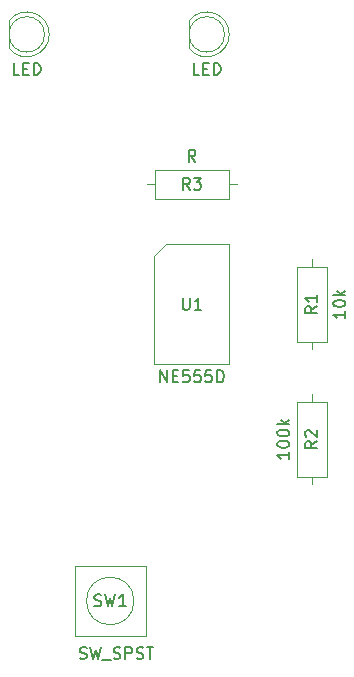
<source format=gbr>
%TF.GenerationSoftware,KiCad,Pcbnew,(5.1.8)-1*%
%TF.CreationDate,2021-08-08T22:25:58+05:30*%
%TF.ProjectId,1st,3173742e-6b69-4636-9164-5f7063625858,rev?*%
%TF.SameCoordinates,Original*%
%TF.FileFunction,Other,Fab,Top*%
%FSLAX46Y46*%
G04 Gerber Fmt 4.6, Leading zero omitted, Abs format (unit mm)*
G04 Created by KiCad (PCBNEW (5.1.8)-1) date 2021-08-08 22:25:58*
%MOMM*%
%LPD*%
G01*
G04 APERTURE LIST*
%ADD10C,0.100000*%
%ADD11C,0.150000*%
G04 APERTURE END LIST*
D10*
%TO.C,D1*%
X54380000Y-45823810D02*
X54380000Y-48156190D01*
X57380000Y-46990000D02*
G75*
G03*
X57380000Y-46990000I-1500000J0D01*
G01*
X54379445Y-48155476D02*
G75*
G03*
X54380000Y-45823810I1500555J1165476D01*
G01*
%TO.C,D2*%
X69619445Y-48155476D02*
G75*
G03*
X69620000Y-45823810I1500555J1165476D01*
G01*
X72620000Y-46990000D02*
G75*
G03*
X72620000Y-46990000I-1500000J0D01*
G01*
X69620000Y-45823810D02*
X69620000Y-48156190D01*
%TO.C,R1*%
X78760000Y-73000000D02*
X81260000Y-73000000D01*
X81260000Y-73000000D02*
X81260000Y-66700000D01*
X81260000Y-66700000D02*
X78760000Y-66700000D01*
X78760000Y-66700000D02*
X78760000Y-73000000D01*
X80010000Y-73660000D02*
X80010000Y-73000000D01*
X80010000Y-66040000D02*
X80010000Y-66700000D01*
%TO.C,R2*%
X80010000Y-85090000D02*
X80010000Y-84430000D01*
X80010000Y-77470000D02*
X80010000Y-78130000D01*
X81260000Y-84430000D02*
X81260000Y-78130000D01*
X78760000Y-84430000D02*
X81260000Y-84430000D01*
X78760000Y-78130000D02*
X78760000Y-84430000D01*
X81260000Y-78130000D02*
X78760000Y-78130000D01*
%TO.C,R3*%
X66040000Y-59690000D02*
X66700000Y-59690000D01*
X73660000Y-59690000D02*
X73000000Y-59690000D01*
X66700000Y-60940000D02*
X73000000Y-60940000D01*
X66700000Y-58440000D02*
X66700000Y-60940000D01*
X73000000Y-58440000D02*
X66700000Y-58440000D01*
X73000000Y-60940000D02*
X73000000Y-58440000D01*
%TO.C,SW1*%
X64955564Y-94960000D02*
G75*
G03*
X64955564Y-94960000I-2015564J0D01*
G01*
X59940000Y-91960000D02*
X62940000Y-91960000D01*
X59940000Y-97960000D02*
X59940000Y-91960000D01*
X65940000Y-97960000D02*
X59940000Y-97960000D01*
X65940000Y-91960000D02*
X65940000Y-97960000D01*
X62940000Y-91960000D02*
X65940000Y-91960000D01*
%TO.C,U1*%
X66675000Y-65770000D02*
X67675000Y-64770000D01*
X66675000Y-74930000D02*
X66675000Y-65770000D01*
X73025000Y-74930000D02*
X66675000Y-74930000D01*
X73025000Y-64770000D02*
X73025000Y-74930000D01*
X67675000Y-64770000D02*
X73025000Y-64770000D01*
%TD*%
%TO.C,D1*%
D11*
X55237142Y-50402380D02*
X54760952Y-50402380D01*
X54760952Y-49402380D01*
X55570476Y-49878571D02*
X55903809Y-49878571D01*
X56046666Y-50402380D02*
X55570476Y-50402380D01*
X55570476Y-49402380D01*
X56046666Y-49402380D01*
X56475238Y-50402380D02*
X56475238Y-49402380D01*
X56713333Y-49402380D01*
X56856190Y-49450000D01*
X56951428Y-49545238D01*
X56999047Y-49640476D01*
X57046666Y-49830952D01*
X57046666Y-49973809D01*
X56999047Y-50164285D01*
X56951428Y-50259523D01*
X56856190Y-50354761D01*
X56713333Y-50402380D01*
X56475238Y-50402380D01*
%TO.C,D2*%
X70477142Y-50402380D02*
X70000952Y-50402380D01*
X70000952Y-49402380D01*
X70810476Y-49878571D02*
X71143809Y-49878571D01*
X71286666Y-50402380D02*
X70810476Y-50402380D01*
X70810476Y-49402380D01*
X71286666Y-49402380D01*
X71715238Y-50402380D02*
X71715238Y-49402380D01*
X71953333Y-49402380D01*
X72096190Y-49450000D01*
X72191428Y-49545238D01*
X72239047Y-49640476D01*
X72286666Y-49830952D01*
X72286666Y-49973809D01*
X72239047Y-50164285D01*
X72191428Y-50259523D01*
X72096190Y-50354761D01*
X71953333Y-50402380D01*
X71715238Y-50402380D01*
%TO.C,R1*%
X82832380Y-70445238D02*
X82832380Y-71016666D01*
X82832380Y-70730952D02*
X81832380Y-70730952D01*
X81975238Y-70826190D01*
X82070476Y-70921428D01*
X82118095Y-71016666D01*
X81832380Y-69826190D02*
X81832380Y-69730952D01*
X81880000Y-69635714D01*
X81927619Y-69588095D01*
X82022857Y-69540476D01*
X82213333Y-69492857D01*
X82451428Y-69492857D01*
X82641904Y-69540476D01*
X82737142Y-69588095D01*
X82784761Y-69635714D01*
X82832380Y-69730952D01*
X82832380Y-69826190D01*
X82784761Y-69921428D01*
X82737142Y-69969047D01*
X82641904Y-70016666D01*
X82451428Y-70064285D01*
X82213333Y-70064285D01*
X82022857Y-70016666D01*
X81927619Y-69969047D01*
X81880000Y-69921428D01*
X81832380Y-69826190D01*
X82832380Y-69064285D02*
X81832380Y-69064285D01*
X82451428Y-68969047D02*
X82832380Y-68683333D01*
X82165714Y-68683333D02*
X82546666Y-69064285D01*
X80462380Y-70016666D02*
X79986190Y-70350000D01*
X80462380Y-70588095D02*
X79462380Y-70588095D01*
X79462380Y-70207142D01*
X79510000Y-70111904D01*
X79557619Y-70064285D01*
X79652857Y-70016666D01*
X79795714Y-70016666D01*
X79890952Y-70064285D01*
X79938571Y-70111904D01*
X79986190Y-70207142D01*
X79986190Y-70588095D01*
X80462380Y-69064285D02*
X80462380Y-69635714D01*
X80462380Y-69350000D02*
X79462380Y-69350000D01*
X79605238Y-69445238D01*
X79700476Y-69540476D01*
X79748095Y-69635714D01*
%TO.C,R2*%
X78092380Y-82351428D02*
X78092380Y-82922857D01*
X78092380Y-82637142D02*
X77092380Y-82637142D01*
X77235238Y-82732380D01*
X77330476Y-82827619D01*
X77378095Y-82922857D01*
X77092380Y-81732380D02*
X77092380Y-81637142D01*
X77140000Y-81541904D01*
X77187619Y-81494285D01*
X77282857Y-81446666D01*
X77473333Y-81399047D01*
X77711428Y-81399047D01*
X77901904Y-81446666D01*
X77997142Y-81494285D01*
X78044761Y-81541904D01*
X78092380Y-81637142D01*
X78092380Y-81732380D01*
X78044761Y-81827619D01*
X77997142Y-81875238D01*
X77901904Y-81922857D01*
X77711428Y-81970476D01*
X77473333Y-81970476D01*
X77282857Y-81922857D01*
X77187619Y-81875238D01*
X77140000Y-81827619D01*
X77092380Y-81732380D01*
X77092380Y-80780000D02*
X77092380Y-80684761D01*
X77140000Y-80589523D01*
X77187619Y-80541904D01*
X77282857Y-80494285D01*
X77473333Y-80446666D01*
X77711428Y-80446666D01*
X77901904Y-80494285D01*
X77997142Y-80541904D01*
X78044761Y-80589523D01*
X78092380Y-80684761D01*
X78092380Y-80780000D01*
X78044761Y-80875238D01*
X77997142Y-80922857D01*
X77901904Y-80970476D01*
X77711428Y-81018095D01*
X77473333Y-81018095D01*
X77282857Y-80970476D01*
X77187619Y-80922857D01*
X77140000Y-80875238D01*
X77092380Y-80780000D01*
X78092380Y-80018095D02*
X77092380Y-80018095D01*
X77711428Y-79922857D02*
X78092380Y-79637142D01*
X77425714Y-79637142D02*
X77806666Y-80018095D01*
X80462380Y-81446666D02*
X79986190Y-81780000D01*
X80462380Y-82018095D02*
X79462380Y-82018095D01*
X79462380Y-81637142D01*
X79510000Y-81541904D01*
X79557619Y-81494285D01*
X79652857Y-81446666D01*
X79795714Y-81446666D01*
X79890952Y-81494285D01*
X79938571Y-81541904D01*
X79986190Y-81637142D01*
X79986190Y-82018095D01*
X79557619Y-81065714D02*
X79510000Y-81018095D01*
X79462380Y-80922857D01*
X79462380Y-80684761D01*
X79510000Y-80589523D01*
X79557619Y-80541904D01*
X79652857Y-80494285D01*
X79748095Y-80494285D01*
X79890952Y-80541904D01*
X80462380Y-81113333D01*
X80462380Y-80494285D01*
%TO.C,R3*%
X70159523Y-57772380D02*
X69826190Y-57296190D01*
X69588095Y-57772380D02*
X69588095Y-56772380D01*
X69969047Y-56772380D01*
X70064285Y-56820000D01*
X70111904Y-56867619D01*
X70159523Y-56962857D01*
X70159523Y-57105714D01*
X70111904Y-57200952D01*
X70064285Y-57248571D01*
X69969047Y-57296190D01*
X69588095Y-57296190D01*
X69683333Y-60142380D02*
X69350000Y-59666190D01*
X69111904Y-60142380D02*
X69111904Y-59142380D01*
X69492857Y-59142380D01*
X69588095Y-59190000D01*
X69635714Y-59237619D01*
X69683333Y-59332857D01*
X69683333Y-59475714D01*
X69635714Y-59570952D01*
X69588095Y-59618571D01*
X69492857Y-59666190D01*
X69111904Y-59666190D01*
X70016666Y-59142380D02*
X70635714Y-59142380D01*
X70302380Y-59523333D01*
X70445238Y-59523333D01*
X70540476Y-59570952D01*
X70588095Y-59618571D01*
X70635714Y-59713809D01*
X70635714Y-59951904D01*
X70588095Y-60047142D01*
X70540476Y-60094761D01*
X70445238Y-60142380D01*
X70159523Y-60142380D01*
X70064285Y-60094761D01*
X70016666Y-60047142D01*
%TO.C,SW1*%
X60368571Y-99814761D02*
X60511428Y-99862380D01*
X60749523Y-99862380D01*
X60844761Y-99814761D01*
X60892380Y-99767142D01*
X60940000Y-99671904D01*
X60940000Y-99576666D01*
X60892380Y-99481428D01*
X60844761Y-99433809D01*
X60749523Y-99386190D01*
X60559047Y-99338571D01*
X60463809Y-99290952D01*
X60416190Y-99243333D01*
X60368571Y-99148095D01*
X60368571Y-99052857D01*
X60416190Y-98957619D01*
X60463809Y-98910000D01*
X60559047Y-98862380D01*
X60797142Y-98862380D01*
X60940000Y-98910000D01*
X61273333Y-98862380D02*
X61511428Y-99862380D01*
X61701904Y-99148095D01*
X61892380Y-99862380D01*
X62130476Y-98862380D01*
X62273333Y-99957619D02*
X63035238Y-99957619D01*
X63225714Y-99814761D02*
X63368571Y-99862380D01*
X63606666Y-99862380D01*
X63701904Y-99814761D01*
X63749523Y-99767142D01*
X63797142Y-99671904D01*
X63797142Y-99576666D01*
X63749523Y-99481428D01*
X63701904Y-99433809D01*
X63606666Y-99386190D01*
X63416190Y-99338571D01*
X63320952Y-99290952D01*
X63273333Y-99243333D01*
X63225714Y-99148095D01*
X63225714Y-99052857D01*
X63273333Y-98957619D01*
X63320952Y-98910000D01*
X63416190Y-98862380D01*
X63654285Y-98862380D01*
X63797142Y-98910000D01*
X64225714Y-99862380D02*
X64225714Y-98862380D01*
X64606666Y-98862380D01*
X64701904Y-98910000D01*
X64749523Y-98957619D01*
X64797142Y-99052857D01*
X64797142Y-99195714D01*
X64749523Y-99290952D01*
X64701904Y-99338571D01*
X64606666Y-99386190D01*
X64225714Y-99386190D01*
X65178095Y-99814761D02*
X65320952Y-99862380D01*
X65559047Y-99862380D01*
X65654285Y-99814761D01*
X65701904Y-99767142D01*
X65749523Y-99671904D01*
X65749523Y-99576666D01*
X65701904Y-99481428D01*
X65654285Y-99433809D01*
X65559047Y-99386190D01*
X65368571Y-99338571D01*
X65273333Y-99290952D01*
X65225714Y-99243333D01*
X65178095Y-99148095D01*
X65178095Y-99052857D01*
X65225714Y-98957619D01*
X65273333Y-98910000D01*
X65368571Y-98862380D01*
X65606666Y-98862380D01*
X65749523Y-98910000D01*
X66035238Y-98862380D02*
X66606666Y-98862380D01*
X66320952Y-99862380D02*
X66320952Y-98862380D01*
X61606666Y-95364761D02*
X61749523Y-95412380D01*
X61987619Y-95412380D01*
X62082857Y-95364761D01*
X62130476Y-95317142D01*
X62178095Y-95221904D01*
X62178095Y-95126666D01*
X62130476Y-95031428D01*
X62082857Y-94983809D01*
X61987619Y-94936190D01*
X61797142Y-94888571D01*
X61701904Y-94840952D01*
X61654285Y-94793333D01*
X61606666Y-94698095D01*
X61606666Y-94602857D01*
X61654285Y-94507619D01*
X61701904Y-94460000D01*
X61797142Y-94412380D01*
X62035238Y-94412380D01*
X62178095Y-94460000D01*
X62511428Y-94412380D02*
X62749523Y-95412380D01*
X62940000Y-94698095D01*
X63130476Y-95412380D01*
X63368571Y-94412380D01*
X64273333Y-95412380D02*
X63701904Y-95412380D01*
X63987619Y-95412380D02*
X63987619Y-94412380D01*
X63892380Y-94555238D01*
X63797142Y-94650476D01*
X63701904Y-94698095D01*
%TO.C,U1*%
X67183333Y-76442380D02*
X67183333Y-75442380D01*
X67754761Y-76442380D01*
X67754761Y-75442380D01*
X68230952Y-75918571D02*
X68564285Y-75918571D01*
X68707142Y-76442380D02*
X68230952Y-76442380D01*
X68230952Y-75442380D01*
X68707142Y-75442380D01*
X69611904Y-75442380D02*
X69135714Y-75442380D01*
X69088095Y-75918571D01*
X69135714Y-75870952D01*
X69230952Y-75823333D01*
X69469047Y-75823333D01*
X69564285Y-75870952D01*
X69611904Y-75918571D01*
X69659523Y-76013809D01*
X69659523Y-76251904D01*
X69611904Y-76347142D01*
X69564285Y-76394761D01*
X69469047Y-76442380D01*
X69230952Y-76442380D01*
X69135714Y-76394761D01*
X69088095Y-76347142D01*
X70564285Y-75442380D02*
X70088095Y-75442380D01*
X70040476Y-75918571D01*
X70088095Y-75870952D01*
X70183333Y-75823333D01*
X70421428Y-75823333D01*
X70516666Y-75870952D01*
X70564285Y-75918571D01*
X70611904Y-76013809D01*
X70611904Y-76251904D01*
X70564285Y-76347142D01*
X70516666Y-76394761D01*
X70421428Y-76442380D01*
X70183333Y-76442380D01*
X70088095Y-76394761D01*
X70040476Y-76347142D01*
X71516666Y-75442380D02*
X71040476Y-75442380D01*
X70992857Y-75918571D01*
X71040476Y-75870952D01*
X71135714Y-75823333D01*
X71373809Y-75823333D01*
X71469047Y-75870952D01*
X71516666Y-75918571D01*
X71564285Y-76013809D01*
X71564285Y-76251904D01*
X71516666Y-76347142D01*
X71469047Y-76394761D01*
X71373809Y-76442380D01*
X71135714Y-76442380D01*
X71040476Y-76394761D01*
X70992857Y-76347142D01*
X71992857Y-76442380D02*
X71992857Y-75442380D01*
X72230952Y-75442380D01*
X72373809Y-75490000D01*
X72469047Y-75585238D01*
X72516666Y-75680476D01*
X72564285Y-75870952D01*
X72564285Y-76013809D01*
X72516666Y-76204285D01*
X72469047Y-76299523D01*
X72373809Y-76394761D01*
X72230952Y-76442380D01*
X71992857Y-76442380D01*
X69088095Y-69302380D02*
X69088095Y-70111904D01*
X69135714Y-70207142D01*
X69183333Y-70254761D01*
X69278571Y-70302380D01*
X69469047Y-70302380D01*
X69564285Y-70254761D01*
X69611904Y-70207142D01*
X69659523Y-70111904D01*
X69659523Y-69302380D01*
X70659523Y-70302380D02*
X70088095Y-70302380D01*
X70373809Y-70302380D02*
X70373809Y-69302380D01*
X70278571Y-69445238D01*
X70183333Y-69540476D01*
X70088095Y-69588095D01*
%TD*%
M02*

</source>
